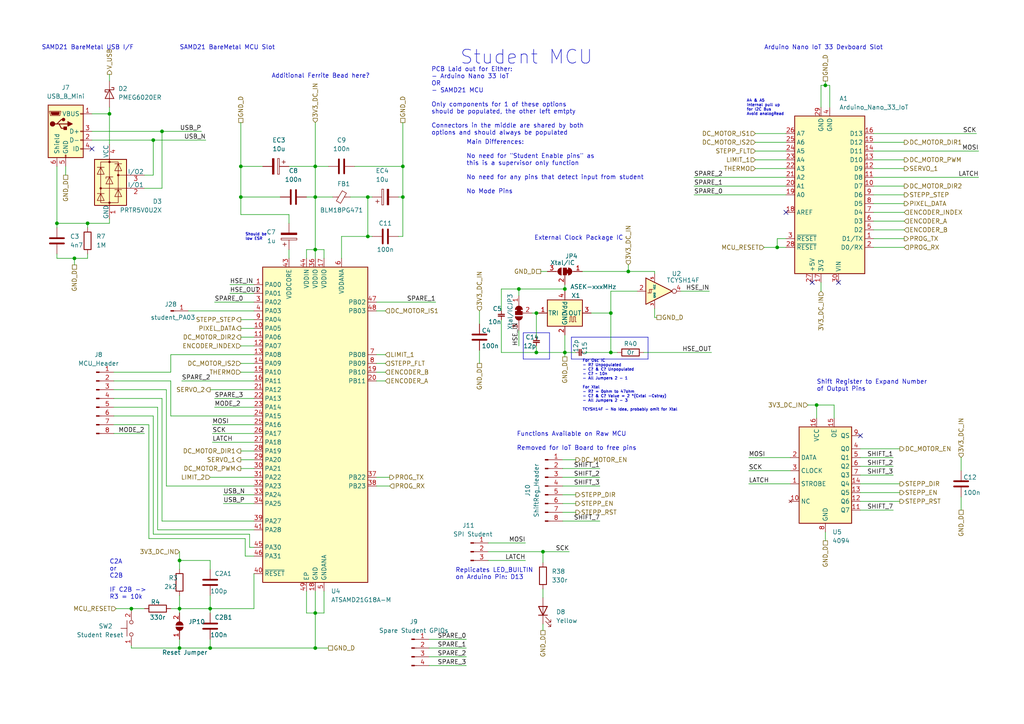
<source format=kicad_sch>
(kicad_sch (version 20230121) (generator eeschema)
  (paper "A4")
  (lib_symbols
    (symbol "000_Capacitor_Electrolytic_Immo:22u" (pin_numbers hide) (pin_names (offset 0.254))
      (property "Reference" "EC" (at 0.635 2.54 0))
      (property "Value" "22u" (at 0.635 -2.54 0))
      (symbol "22u_1_1"
        (pin passive line (at 0 3.81 270) (length 2.794) (name "~") (number "1"))
        (pin passive line (at 0 -3.81 90) (length 2.794) (name "~") (number "2"))
      )
    )
    (symbol "000_Capacitor_Film_Immo:cap_film_0805" (pin_numbers hide) (pin_names (offset 0.254))
      (property "Reference" "C" (at 0.635 2.54 0))
      (property "Value" "cap_film_0805" (at 0.635 -2.54 0))
      (symbol "cap_film_0805_1_1"
        (pin passive line (at 0 3.81 270) (length 2.794) (name "~") (number "1"))
        (pin passive line (at 0 -3.81 90) (length 2.794) (name "~") (number "2"))
      )
    )
    (symbol "000_Capacitor_Film_Immo:cap_film_0805_mini" (pin_numbers hide) (pin_names (offset 0.254))
      (property "Reference" "C" (at 0.635 2.54 0))
      (property "Value" "cap_film_0805_mini" (at 0.635 -2.54 0))
      (symbol "cap_film_0805_mini_1_1"
        (pin passive line (at 0 1.27 270) (length 1) (name "~") (number "1"))
        (pin passive line (at 0 -1.27 90) (length 1) (name "~") (number "2"))
      )
    )
    (symbol "000_Capacitor_Film_Immo:tantalum" (pin_numbers hide) (pin_names (offset 0.254))
      (property "Reference" "EC" (at 0.635 2.54 0))
      (property "Value" "tantalum" (at 0.635 -2.54 0))
      (symbol "tantalum_1_1"
        (pin passive line (at 0 3.81 270) (length 2.794) (name "~") (number "1"))
        (pin passive line (at 0 -3.81 90) (length 2.794) (name "~") (number "2"))
      )
    )
    (symbol "000_Logic_IC_Immo:4094"
      (property "Reference" "U" (at -7.62 13.97 0))
      (property "Value" "4094" (at -7.62 -16.51 0))
      (symbol "4094_1_0"
        (pin input line (at -10.16 -3.81 0) (length 2.54) (name "STROBE") (number "1"))
        (pin no_connect line (at -10.16 -8.89 0) (length 2.54) (name "NC") (number "10"))
        (pin tri_state line (at 10.16 -11.43 180) (length 2.54) (name "Q7") (number "11"))
        (pin tri_state line (at 10.16 -8.89 180) (length 2.54) (name "Q6") (number "12"))
        (pin tri_state line (at 10.16 -6.35 180) (length 2.54) (name "Q5") (number "13"))
        (pin tri_state line (at 10.16 -3.81 180) (length 2.54) (name "Q4") (number "14"))
        (pin input line (at 2.54 15.24 270) (length 2.54) (name "OE") (number "15"))
        (pin power_in line (at -2.54 15.24 270) (length 2.54) (name "VCC") (number "16"))
        (pin input line (at -10.16 3.81 0) (length 2.54) (name "DATA") (number "2"))
        (pin input line (at -10.16 0 0) (length 2.54) (name "CLOCK") (number "3"))
        (pin tri_state line (at 10.16 6.35 180) (length 2.54) (name "Q0") (number "4"))
        (pin tri_state line (at 10.16 3.81 180) (length 2.54) (name "Q1") (number "5"))
        (pin tri_state line (at 10.16 1.27 180) (length 2.54) (name "Q2") (number "6"))
        (pin tri_state line (at 10.16 -1.27 180) (length 2.54) (name "Q3") (number "7"))
        (pin power_in line (at 0 -17.78 90) (length 2.54) (name "GND") (number "8"))
        (pin output line (at 10.16 10.16 180) (length 2.54) (name "QS") (number "9"))
      )
    )
    (symbol "000_Oscillator_Immo:ASEK-xxxMHz" (pin_names (offset 0.254))
      (property "Reference" "X" (at -5.08 6.35 0))
      (property "Value" "ASEK-xxxMHz" (at 1.27 -6.35 0))
      (symbol "ASEK-xxxMHz_1_1"
        (pin tri_state line (at -7.62 0 0) (length 2.54) (name "TRI") (number "1"))
        (pin power_in line (at 0 -6.35 90) (length 2.54) (name "GND") (number "2"))
        (pin output line (at 7.62 0 180) (length 2.54) (name "OUT") (number "3"))
        (pin power_in line (at 0 6.35 270) (length 2.54) (name "Vdd") (number "4"))
      )
    )
    (symbol "000_Pin_Headers_Immo:Conn_01x01_Male" (pin_names (offset 1.016) hide)
      (property "Reference" "J" (at 0 2.54 0))
      (property "Value" "Conn_01x01_Male" (at 0 -2.54 0))
      (symbol "Conn_01x01_Male_1_1"
        (pin passive line (at 5.08 0 180) (length 3.81) (name "Pin_1") (number "1"))
      )
    )
    (symbol "000_Resistors_Immo:Resistor_0805" (pin_numbers hide) (pin_names (offset 0))
      (property "Reference" "R?" (at -2.54 3.81 0))
      (property "Value" "Resistor_0805" (at -5.08 2.54 0))
      (symbol "Resistor_0805_1_1"
        (pin passive line (at -3.81 0 0) (length 1.27) (name "~") (number "1"))
        (pin passive line (at 3.81 0 180) (length 1.27) (name "~") (number "2"))
      )
    )
    (symbol "000_Switches_Immo:pushbutton_tactile_2pin_SMD" (pin_names (offset 1.016) hide)
      (property "Reference" "SW" (at 0.635 5.715 0))
      (property "Value" "pushbutton_tactile_2pin_SMD" (at 0 -3.175 0))
      (symbol "pushbutton_tactile_2pin_SMD_0_1"
        (pin passive line (at -5.08 2.54 0) (length 2.54) (name "1") (number "1"))
        (pin passive line (at 5.08 2.54 180) (length 2.6) (name "2") (number "2"))
      )
    )
    (symbol "74xGxx:SN74LVC1G14DBV"
      (property "Reference" "U" (at -2.54 5.08 0))
      (property "Value" "SN74LVC1G14DBV" (at 10.16 5.08 0))
      (symbol "SN74LVC1G14DBV_1_1"
        (pin no_connect line (at 5.08 0 180) (length 2.54) hide (name "NC") (number "1"))
        (pin input line (at -5.08 0 0) (length 2.54) (name "~") (number "2"))
        (pin power_in line (at 0 -5.08 90) (length 2.54) (name "GND") (number "3"))
        (pin output line (at 7.62 0 180) (length 1.27) (name "~") (number "4"))
        (pin power_in line (at 0 5.08 270) (length 2.54) (name "VCC") (number "5"))
      )
    )
    (symbol "Connector:Conn_01x03_Male" (pin_names (offset 1.016) hide)
      (property "Reference" "J" (at 0 5.08 0))
      (property "Value" "Conn_01x03_Male" (at 2.54 -4.191 0))
      (symbol "Conn_01x03_Male_1_1"
        (pin passive line (at 5.08 2.54 180) (length 3.81) (name "Pin_1") (number "1"))
        (pin passive line (at 5.08 0 180) (length 3.81) (name "Pin_2") (number "2"))
        (pin passive line (at 5.08 -2.54 180) (length 3.81) (name "Pin_3") (number "3"))
      )
    )
    (symbol "Connector:Conn_01x04_Male" (pin_names (offset 1.016) hide)
      (property "Reference" "J" (at 0 5.08 0))
      (property "Value" "Conn_01x04_Male" (at 0 -7.62 0))
      (symbol "Conn_01x04_Male_1_1"
        (pin passive line (at 5.08 2.54 180) (length 3.81) (name "Pin_1") (number "1"))
        (pin passive line (at 5.08 0 180) (length 3.81) (name "Pin_2") (number "2"))
        (pin passive line (at 5.08 -2.54 180) (length 3.81) (name "Pin_3") (number "3"))
        (pin passive line (at 5.08 -5.08 180) (length 3.81) (name "Pin_4") (number "4"))
      )
    )
    (symbol "Connector:Conn_01x08_Male" (pin_names (offset 1.016) hide)
      (property "Reference" "J" (at 0 10.16 0))
      (property "Value" "Conn_01x08_Male" (at 0 -12.7 0))
      (symbol "Conn_01x08_Male_1_1"
        (pin passive line (at 5.08 7.62 180) (length 3.81) (name "Pin_1") (number "1"))
        (pin passive line (at 5.08 5.08 180) (length 3.81) (name "Pin_2") (number "2"))
        (pin passive line (at 5.08 2.54 180) (length 3.81) (name "Pin_3") (number "3"))
        (pin passive line (at 5.08 0 180) (length 3.81) (name "Pin_4") (number "4"))
        (pin passive line (at 5.08 -2.54 180) (length 3.81) (name "Pin_5") (number "5"))
        (pin passive line (at 5.08 -5.08 180) (length 3.81) (name "Pin_6") (number "6"))
        (pin passive line (at 5.08 -7.62 180) (length 3.81) (name "Pin_7") (number "7"))
        (pin passive line (at 5.08 -10.16 180) (length 3.81) (name "Pin_8") (number "8"))
      )
    )
    (symbol "Connector:USB_B_Mini" (pin_names (offset 1.016))
      (property "Reference" "J" (at -5.08 11.43 0))
      (property "Value" "USB_B_Mini" (at -5.08 8.89 0))
      (symbol "USB_B_Mini_1_1"
        (pin power_out line (at 7.62 5.08 180) (length 2.54) (name "VBUS") (number "1"))
        (pin bidirectional line (at 7.62 -2.54 180) (length 2.54) (name "D-") (number "2"))
        (pin bidirectional line (at 7.62 0 180) (length 2.54) (name "D+") (number "3"))
        (pin passive line (at 7.62 -5.08 180) (length 2.54) (name "ID") (number "4"))
        (pin power_out line (at 0 -10.16 90) (length 2.54) (name "GND") (number "5"))
        (pin passive line (at -2.54 -10.16 90) (length 2.54) (name "Shield") (number "6"))
      )
    )
    (symbol "Device:FerriteBead_Small" (pin_numbers hide) (pin_names (offset 0))
      (property "Reference" "FB" (at 1.905 1.27 0))
      (property "Value" "FerriteBead_Small" (at 1.905 -1.27 0))
      (symbol "FerriteBead_Small_1_1"
        (pin passive line (at 0 2.54 270) (length 1.27) (name "~") (number "1"))
        (pin passive line (at 0 -2.54 90) (length 1.27) (name "~") (number "2"))
      )
    )
    (symbol "Device:LED" (pin_numbers hide) (pin_names (offset 1.016) hide)
      (property "Reference" "D" (at 0 2.54 0))
      (property "Value" "LED" (at 0 -2.54 0))
      (symbol "LED_1_1"
        (pin passive line (at -3.81 0 0) (length 2.54) (name "K") (number "1"))
        (pin passive line (at 3.81 0 180) (length 2.54) (name "A") (number "2"))
      )
    )
    (symbol "Diode:PMEG6020ER" (pin_numbers hide) (pin_names hide)
      (property "Reference" "D" (at 0 2.54 0))
      (property "Value" "PMEG6020ER" (at 0 -2.54 0))
      (symbol "PMEG6020ER_1_1"
        (pin passive line (at -3.81 0 0) (length 2.54) (name "K") (number "1"))
        (pin passive line (at 3.81 0 180) (length 2.54) (name "A") (number "2"))
      )
    )
    (symbol "Jumper:SolderJumper_2_Open" (pin_names (offset 0) hide)
      (property "Reference" "JP" (at 0 2.032 0))
      (property "Value" "SolderJumper_2_Open" (at 0 -2.54 0))
      (symbol "SolderJumper_2_Open_1_1"
        (pin passive line (at -3.81 0 0) (length 2.54) (name "A") (number "1"))
        (pin passive line (at 3.81 0 180) (length 2.54) (name "B") (number "2"))
      )
    )
    (symbol "MCU_Microchip_SAMD:ATSAMD21G18A-M"
      (property "Reference" "U" (at -13.97 46.99 0))
      (property "Value" "ATSAMD21G18A-M" (at 16.51 46.99 0))
      (symbol "ATSAMD21G18A-M_1_1"
        (pin bidirectional line (at -17.78 40.64 0) (length 2.54) (name "PA00") (number "1"))
        (pin bidirectional line (at -17.78 27.94 0) (length 2.54) (name "PA05") (number "10"))
        (pin bidirectional line (at -17.78 25.4 0) (length 2.54) (name "PA06") (number "11"))
        (pin bidirectional line (at -17.78 22.86 0) (length 2.54) (name "PA07") (number "12"))
        (pin bidirectional line (at -17.78 20.32 0) (length 2.54) (name "PA08") (number "13"))
        (pin bidirectional line (at -17.78 17.78 0) (length 2.54) (name "PA09") (number "14"))
        (pin bidirectional line (at -17.78 15.24 0) (length 2.54) (name "PA10") (number "15"))
        (pin bidirectional line (at -17.78 12.7 0) (length 2.54) (name "PA11") (number "16"))
        (pin power_in line (at 2.54 48.26 270) (length 2.54) (name "VDDIO") (number "17"))
        (pin power_in line (at 0 -48.26 90) (length 2.54) (name "GND") (number "18"))
        (pin bidirectional line (at 17.78 15.24 180) (length 2.54) (name "PB10") (number "19"))
        (pin bidirectional line (at -17.78 38.1 0) (length 2.54) (name "PA01") (number "2"))
        (pin bidirectional line (at 17.78 12.7 180) (length 2.54) (name "PB11") (number "20"))
        (pin bidirectional line (at -17.78 10.16 0) (length 2.54) (name "PA12") (number "21"))
        (pin bidirectional line (at -17.78 7.62 0) (length 2.54) (name "PA13") (number "22"))
        (pin bidirectional line (at -17.78 5.08 0) (length 2.54) (name "PA14") (number "23"))
        (pin bidirectional line (at -17.78 2.54 0) (length 2.54) (name "PA15") (number "24"))
        (pin bidirectional line (at -17.78 0 0) (length 2.54) (name "PA16") (number "25"))
        (pin bidirectional line (at -17.78 -2.54 0) (length 2.54) (name "PA17") (number "26"))
        (pin bidirectional line (at -17.78 -5.08 0) (length 2.54) (name "PA18") (number "27"))
        (pin bidirectional line (at -17.78 -7.62 0) (length 2.54) (name "PA19") (number "28"))
        (pin bidirectional line (at -17.78 -10.16 0) (length 2.54) (name "PA20") (number "29"))
        (pin bidirectional line (at -17.78 35.56 0) (length 2.54) (name "PA02") (number "3"))
        (pin bidirectional line (at -17.78 -12.7 0) (length 2.54) (name "PA21") (number "30"))
        (pin bidirectional line (at -17.78 -15.24 0) (length 2.54) (name "PA22") (number "31"))
        (pin bidirectional line (at -17.78 -17.78 0) (length 2.54) (name "PA23") (number "32"))
        (pin bidirectional line (at -17.78 -20.32 0) (length 2.54) (name "PA24") (number "33"))
        (pin bidirectional line (at -17.78 -22.86 0) (length 2.54) (name "PA25") (number "34"))
        (pin passive line (at 0 -48.26 90) (length 2.54) hide (name "GND") (number "35"))
        (pin power_in line (at 0 48.26 270) (length 2.54) (name "VDDIO") (number "36"))
        (pin bidirectional line (at 17.78 -15.24 180) (length 2.54) (name "PB22") (number "37"))
        (pin bidirectional line (at 17.78 -17.78 180) (length 2.54) (name "PB23") (number "38"))
        (pin bidirectional line (at -17.78 -27.94 0) (length 2.54) (name "PA27") (number "39"))
        (pin bidirectional line (at -17.78 33.02 0) (length 2.54) (name "PA03") (number "4"))
        (pin input line (at -17.78 -43.18 0) (length 2.54) (name "~{RESET}") (number "40"))
        (pin bidirectional line (at -17.78 -30.48 0) (length 2.54) (name "PA28") (number "41"))
        (pin passive line (at 0 -48.26 90) (length 2.54) hide (name "GND") (number "42"))
        (pin power_out line (at -7.62 48.26 270) (length 2.54) (name "VDDCORE") (number "43"))
        (pin power_in line (at -2.54 48.26 270) (length 2.54) (name "VDDIN") (number "44"))
        (pin bidirectional line (at -17.78 -35.56 0) (length 2.54) (name "PA30") (number "45"))
        (pin bidirectional line (at -17.78 -38.1 0) (length 2.54) (name "PA31") (number "46"))
        (pin bidirectional line (at 17.78 35.56 180) (length 2.54) (name "PB02") (number "47"))
        (pin bidirectional line (at 17.78 33.02 180) (length 2.54) (name "PB03") (number "48"))
        (pin passive line (at -2.54 -48.26 90) (length 2.54) (name "EP") (number "49"))
        (pin power_in line (at 2.54 -48.26 90) (length 2.54) (name "GNDANA") (number "5"))
        (pin power_in line (at 7.62 48.26 270) (length 2.54) (name "VDDANA") (number "6"))
        (pin bidirectional line (at 17.78 20.32 180) (length 2.54) (name "PB08") (number "7"))
        (pin bidirectional line (at 17.78 17.78 180) (length 2.54) (name "PB09") (number "8"))
        (pin bidirectional line (at -17.78 30.48 0) (length 2.54) (name "PA04") (number "9"))
      )
    )
    (symbol "MCU_Module:Arduino_Nano_33_IoT"
      (property "Reference" "A" (at -10.16 23.495 0))
      (property "Value" "Arduino_Nano_33_IoT" (at 5.08 -24.13 0))
      (symbol "Arduino_Nano_33_IoT_0_0"
        (text "~" (at -6.35 -7.62 0) (effects (font (size 1.27 1.27))))
        (text "~" (at -6.35 0 0) (effects (font (size 1.27 1.27))))
        (text "~" (at -6.35 2.54 0) (effects (font (size 1.27 1.27))))
        (text "~" (at -6.35 7.62 0) (effects (font (size 1.27 1.27))))
        (text "~" (at -6.35 10.16 0) (effects (font (size 1.27 1.27))))
        (text "~" (at -5.08 -15.24 0) (effects (font (size 1.27 1.27))))
        (text "~" (at -5.08 -12.7 0) (effects (font (size 1.27 1.27))))
        (text "~" (at -5.08 -10.16 0) (effects (font (size 1.27 1.27))))
        (text "~" (at 6.35 -12.7 0) (effects (font (size 1.27 1.27))))
        (text "~" (at 6.35 -7.62 0) (effects (font (size 1.27 1.27))))
        (text "~" (at 6.35 -5.08 0) (effects (font (size 1.27 1.27))))
      )
      (symbol "Arduino_Nano_33_IoT_1_1"
        (pin bidirectional line (at -12.7 12.7 0) (length 2.54) (name "D1/TX") (number "1"))
        (pin bidirectional line (at -12.7 -2.54 0) (length 2.54) (name "D7") (number "10"))
        (pin bidirectional line (at -12.7 -5.08 0) (length 2.54) (name "D8") (number "11"))
        (pin bidirectional line (at -12.7 -7.62 0) (length 2.54) (name "D9") (number "12"))
        (pin bidirectional line (at -12.7 -10.16 0) (length 2.54) (name "D10") (number "13"))
        (pin bidirectional line (at -12.7 -12.7 0) (length 2.54) (name "D11") (number "14"))
        (pin bidirectional line (at -12.7 -15.24 0) (length 2.54) (name "D12") (number "15"))
        (pin bidirectional line (at -12.7 -17.78 0) (length 2.54) (name "D13") (number "16"))
        (pin power_out line (at 2.54 25.4 270) (length 2.54) (name "3V3") (number "17"))
        (pin input line (at 12.7 5.08 180) (length 2.54) (name "AREF") (number "18"))
        (pin bidirectional line (at 12.7 0 180) (length 2.54) (name "A0") (number "19"))
        (pin bidirectional line (at -12.7 15.24 0) (length 2.54) (name "D0/RX") (number "2"))
        (pin bidirectional line (at 12.7 -2.54 180) (length 2.54) (name "A1") (number "20"))
        (pin bidirectional line (at 12.7 -5.08 180) (length 2.54) (name "A2") (number "21"))
        (pin bidirectional line (at 12.7 -7.62 180) (length 2.54) (name "A3") (number "22"))
        (pin bidirectional line (at 12.7 -10.16 180) (length 2.54) (name "A4") (number "23"))
        (pin bidirectional line (at 12.7 -12.7 180) (length 2.54) (name "A5") (number "24"))
        (pin bidirectional line (at 12.7 -15.24 180) (length 2.54) (name "A6") (number "25"))
        (pin bidirectional line (at 12.7 -17.78 180) (length 2.54) (name "A7") (number "26"))
        (pin power_out line (at 5.08 25.4 270) (length 2.54) (name "+5V") (number "27"))
        (pin input line (at 12.7 15.24 180) (length 2.54) (name "~{RESET}") (number "28"))
        (pin power_in line (at 2.54 -25.4 90) (length 2.54) (name "GND") (number "29"))
        (pin input line (at 12.7 12.7 180) (length 2.54) (name "~{RESET}") (number "3"))
        (pin power_in line (at -2.54 25.4 270) (length 2.54) (name "VIN") (number "30"))
        (pin power_in line (at 0 -25.4 90) (length 2.54) (name "GND") (number "4"))
        (pin bidirectional line (at -12.7 10.16 0) (length 2.54) (name "D2") (number "5"))
        (pin bidirectional line (at -12.7 7.62 0) (length 2.54) (name "D3") (number "6"))
        (pin bidirectional line (at -12.7 5.08 0) (length 2.54) (name "D4") (number "7"))
        (pin bidirectional line (at -12.7 2.54 0) (length 2.54) (name "D5") (number "8"))
        (pin bidirectional line (at -12.7 0 0) (length 2.54) (name "D6") (number "9"))
      )
    )
    (symbol "Power_Protection:PRTR5V0U2X_smaller" (pin_names (offset 0))
      (property "Reference" "D" (at 2.794 8.636 0))
      (property "Value" "PRTR5V0U2X_smaller" (at 13.97 -11.43 0))
      (symbol "PRTR5V0U2X_smaller_1_1"
        (pin passive line (at 0 -10.16 90) (length 4) (name "GND") (number "1"))
        (pin passive line (at 10.16 -1.27 180) (length 5.08) (name "I/O1") (number "2"))
        (pin passive line (at 10.16 2.54 180) (length 5.08) (name "I/O2") (number "3"))
        (pin passive line (at 0 11.43 270) (length 4) (name "VCC") (number "4"))
      )
    )
    (symbol "SolderJumper_3_Bridged12_1" (pin_names (offset 0) hide)
      (property "Reference" "JP" (at -2.54 -2.54 0))
      (property "Value" "SolderJumper_3_Bridged12_1" (at 0 2.794 0))
      (symbol "SolderJumper_3_Bridged12_1_1_1"
        (pin passive line (at -5.08 0 0) (length 2.54) (name "A") (number "1"))
        (pin input line (at 0 -3.81 90) (length 2.54) (name "C") (number "2"))
        (pin passive line (at 5.08 0 180) (length 2.54) (name "B") (number "3"))
      )
    )
    (symbol "SolderJumper_3_Bridged12_2" (pin_names (offset 0) hide)
      (property "Reference" "JP" (at -2.54 -2.54 0))
      (property "Value" "SolderJumper_3_Bridged12_2" (at 0 2.794 0))
      (symbol "SolderJumper_3_Bridged12_2_1_1"
        (pin passive line (at -5.08 0 0) (length 2.54) (name "A") (number "1"))
        (pin input line (at 0 -3.81 90) (length 2.54) (name "C") (number "2"))
        (pin passive line (at 5.08 0 180) (length 2.54) (name "B") (number "3"))
      )
    )
  )
  (junction (at 91.44 57.15))
  (junction (at 16.51 64.77))
  (junction (at 177.165 102.235))
  (junction (at 44.45 40.64))
  (junction (at 155.575 102.235))
  (junction (at 38.1 176.53))
  (junction (at 52.07 187.96))
  (junction (at 69.85 48.26))
  (junction (at 155.575 90.805))
  (junction (at 21.59 74.93))
  (junction (at 239.395 24.765))
  (junction (at 25.4 64.77))
  (junction (at 52.07 162.56))
  (junction (at 236.855 117.475))
  (junction (at 177.165 90.805))
  (junction (at 91.44 187.96))
  (junction (at 46.99 38.1))
  (junction (at 116.84 57.15))
  (junction (at 163.83 102.235))
  (junction (at 157.48 160.02))
  (junction (at 91.44 48.26))
  (junction (at 31.75 33.02))
  (junction (at 60.96 187.96))
  (junction (at 106.68 68.58))
  (junction (at 91.44 177.8))
  (junction (at 69.85 57.15))
  (junction (at 163.83 83.82))
  (junction (at 91.44 72.39))
  (junction (at 182.245 78.74))
  (junction (at 52.07 176.53))
  (junction (at 116.84 48.26))
  (junction (at 106.68 57.15))
  (junction (at 225.425 71.755))
  (junction (at 150.495 83.82))
  (junction (at 60.96 176.53))
  (no_connect (at 249.555 126.365))
  (no_connect (at 227.965 61.595))
  (no_connect (at 26.67 43.18))
  (no_connect (at 235.585 81.915))
  (no_connect (at 243.205 81.915))
  (wire (pts (xy 234.315 117.475) (xy 236.855 117.475)))
  (wire (pts (xy 46.99 115.57) (xy 33.02 115.57)))
  (wire (pts (xy 219.075 41.275) (xy 227.965 41.275)))
  (wire (pts (xy 157.48 170.815) (xy 157.48 173.355)))
  (polyline (pts (xy 187.96 104.14) (xy 187.96 97.79)))
  (wire (pts (xy 93.98 171.45) (xy 93.98 177.8)))
  (wire (pts (xy 189.865 92.075) (xy 190.5 92.075)))
  (wire (pts (xy 177.165 90.805) (xy 177.165 102.235)))
  (wire (pts (xy 157.48 160.02) (xy 157.48 163.195)))
  (wire (pts (xy 72.39 154.94) (xy 44.45 154.94)))
  (wire (pts (xy 283.845 51.435) (xy 253.365 51.435)))
  (wire (pts (xy 141.605 162.56) (xy 152.4 162.56)))
  (wire (pts (xy 88.9 74.93) (xy 88.9 72.39)))
  (wire (pts (xy 73.66 140.97) (xy 48.26 140.97)))
  (wire (pts (xy 83.82 64.77) (xy 83.82 62.23)))
  (wire (pts (xy 49.53 120.65) (xy 49.53 110.49)))
  (wire (pts (xy 60.96 113.03) (xy 73.66 113.03)))
  (wire (pts (xy 249.555 140.335) (xy 260.985 140.335)))
  (wire (pts (xy 238.125 81.915) (xy 238.125 84.455)))
  (wire (pts (xy 111.76 107.95) (xy 109.22 107.95)))
  (wire (pts (xy 163.195 146.05) (xy 167.005 146.05)))
  (wire (pts (xy 109.22 87.63) (xy 126.365 87.63)))
  (wire (pts (xy 64.77 143.51) (xy 73.66 143.51)))
  (wire (pts (xy 145.415 102.235) (xy 155.575 102.235)))
  (wire (pts (xy 116.84 68.58) (xy 115.57 68.58)))
  (wire (pts (xy 168.91 78.74) (xy 182.245 78.74)))
  (wire (pts (xy 61.595 123.19) (xy 73.66 123.19)))
  (wire (pts (xy 141.605 157.48) (xy 152.4 157.48)))
  (wire (pts (xy 62.23 87.63) (xy 73.66 87.63)))
  (wire (pts (xy 155.575 100.33) (xy 155.575 102.235)))
  (wire (pts (xy 239.395 24.765) (xy 238.125 24.765)))
  (wire (pts (xy 54.61 90.17) (xy 73.66 90.17)))
  (wire (pts (xy 145.415 83.82) (xy 150.495 83.82)))
  (polyline (pts (xy 151.765 104.14) (xy 159.385 104.14)))
  (wire (pts (xy 253.365 71.755) (xy 262.255 71.755)))
  (wire (pts (xy 44.45 120.65) (xy 33.02 120.65)))
  (wire (pts (xy 16.51 48.26) (xy 16.51 64.77)))
  (wire (pts (xy 25.4 64.77) (xy 16.51 64.77)))
  (wire (pts (xy 154.305 90.805) (xy 155.575 90.805)))
  (polyline (pts (xy 165.735 104.14) (xy 187.96 104.14)))
  (wire (pts (xy 49.53 110.49) (xy 33.02 110.49)))
  (wire (pts (xy 157.48 160.02) (xy 165.1 160.02)))
  (wire (pts (xy 116.84 35.56) (xy 116.84 48.26)))
  (polyline (pts (xy 165.735 97.79) (xy 187.96 97.79)))
  (wire (pts (xy 69.85 62.23) (xy 69.85 57.15)))
  (wire (pts (xy 93.98 74.93) (xy 93.98 72.39)))
  (wire (pts (xy 33.655 176.53) (xy 38.1 176.53)))
  (wire (pts (xy 93.98 72.39) (xy 91.44 72.39)))
  (wire (pts (xy 239.395 156.845) (xy 239.395 154.305)))
  (wire (pts (xy 253.365 66.675) (xy 262.255 66.675)))
  (wire (pts (xy 225.425 71.755) (xy 225.425 69.215)))
  (wire (pts (xy 249.555 145.415) (xy 260.985 145.415)))
  (wire (pts (xy 253.365 64.135) (xy 262.255 64.135)))
  (wire (pts (xy 69.85 133.35) (xy 73.66 133.35)))
  (wire (pts (xy 219.075 38.735) (xy 227.965 38.735)))
  (wire (pts (xy 69.85 48.26) (xy 76.2 48.26)))
  (wire (pts (xy 109.22 140.97) (xy 113.03 140.97)))
  (wire (pts (xy 69.85 130.81) (xy 73.66 130.81)))
  (wire (pts (xy 62.23 118.11) (xy 73.66 118.11)))
  (wire (pts (xy 111.76 90.17) (xy 109.22 90.17)))
  (wire (pts (xy 253.365 48.895) (xy 262.255 48.895)))
  (wire (pts (xy 73.66 102.87) (xy 49.53 102.87)))
  (wire (pts (xy 155.575 90.805) (xy 156.21 90.805)))
  (wire (pts (xy 145.415 83.82) (xy 145.415 90.17)))
  (wire (pts (xy 150.495 95.885) (xy 150.495 100.33)))
  (wire (pts (xy 19.05 50.8) (xy 19.05 48.26)))
  (wire (pts (xy 239.395 24.765) (xy 239.395 23.495)))
  (wire (pts (xy 163.83 97.155) (xy 163.83 102.235)))
  (wire (pts (xy 262.255 53.975) (xy 253.365 53.975)))
  (wire (pts (xy 253.365 46.355) (xy 262.255 46.355)))
  (wire (pts (xy 155.575 102.235) (xy 163.83 102.235)))
  (wire (pts (xy 253.365 56.515) (xy 262.255 56.515)))
  (wire (pts (xy 60.96 176.53) (xy 60.96 177.8)))
  (wire (pts (xy 163.83 83.82) (xy 163.83 84.455)))
  (wire (pts (xy 169.545 102.235) (xy 177.165 102.235)))
  (polyline (pts (xy 165.735 97.79) (xy 165.735 104.14)))
  (wire (pts (xy 31.75 64.77) (xy 25.4 64.77)))
  (wire (pts (xy 48.26 140.97) (xy 48.26 113.03)))
  (wire (pts (xy 73.66 176.53) (xy 73.66 166.37)))
  (wire (pts (xy 83.82 72.39) (xy 83.82 74.93)))
  (wire (pts (xy 116.84 57.15) (xy 116.84 68.58)))
  (wire (pts (xy 225.425 71.755) (xy 227.965 71.755)))
  (wire (pts (xy 38.1 176.53) (xy 38.1 177.165)))
  (wire (pts (xy 25.4 74.93) (xy 21.59 74.93)))
  (wire (pts (xy 60.96 176.53) (xy 73.66 176.53)))
  (wire (pts (xy 52.07 185.42) (xy 52.07 187.96)))
  (wire (pts (xy 43.18 156.21) (xy 43.18 123.19)))
  (wire (pts (xy 88.9 57.15) (xy 91.44 57.15)))
  (polyline (pts (xy 151.765 96.52) (xy 159.385 96.52)))
  (wire (pts (xy 111.76 102.87) (xy 109.22 102.87)))
  (wire (pts (xy 238.125 31.115) (xy 238.125 24.765)))
  (wire (pts (xy 106.68 57.15) (xy 107.95 57.15)))
  (wire (pts (xy 150.495 83.82) (xy 150.495 85.725)))
  (wire (pts (xy 163.195 138.43) (xy 173.99 138.43)))
  (wire (pts (xy 73.66 161.29) (xy 71.12 161.29)))
  (wire (pts (xy 45.72 118.11) (xy 33.02 118.11)))
  (wire (pts (xy 99.06 68.58) (xy 99.06 74.93)))
  (wire (pts (xy 240.665 24.765) (xy 239.395 24.765)))
  (wire (pts (xy 31.75 63.5) (xy 31.75 64.77)))
  (wire (pts (xy 69.85 48.26) (xy 69.85 35.56)))
  (wire (pts (xy 16.51 74.93) (xy 16.51 73.66)))
  (wire (pts (xy 44.45 40.64) (xy 59.69 40.64)))
  (wire (pts (xy 60.96 185.42) (xy 60.96 187.96)))
  (wire (pts (xy 249.555 132.715) (xy 259.08 132.715)))
  (wire (pts (xy 157.48 180.975) (xy 157.48 182.88)))
  (wire (pts (xy 46.99 38.1) (xy 58.42 38.1)))
  (wire (pts (xy 163.195 151.13) (xy 173.99 151.13)))
  (wire (pts (xy 201.295 56.515) (xy 227.965 56.515)))
  (wire (pts (xy 241.935 117.475) (xy 241.935 121.285)))
  (wire (pts (xy 262.255 41.275) (xy 253.365 41.275)))
  (wire (pts (xy 43.18 123.19) (xy 33.02 123.19)))
  (wire (pts (xy 31.75 33.02) (xy 31.75 41.91)))
  (wire (pts (xy 236.855 117.475) (xy 241.935 117.475)))
  (wire (pts (xy 91.44 72.39) (xy 91.44 74.93)))
  (wire (pts (xy 61.595 128.27) (xy 73.66 128.27)))
  (wire (pts (xy 66.675 82.55) (xy 73.66 82.55)))
  (wire (pts (xy 21.59 74.93) (xy 21.59 76.835)))
  (wire (pts (xy 150.495 83.82) (xy 163.83 83.82)))
  (wire (pts (xy 25.4 73.66) (xy 25.4 74.93)))
  (wire (pts (xy 88.9 72.39) (xy 91.44 72.39)))
  (wire (pts (xy 41.91 54.61) (xy 46.99 54.61)))
  (wire (pts (xy 61.595 125.73) (xy 73.66 125.73)))
  (wire (pts (xy 33.02 107.95) (xy 49.53 107.95)))
  (wire (pts (xy 41.91 50.8) (xy 44.45 50.8)))
  (wire (pts (xy 73.66 158.75) (xy 72.39 158.75)))
  (wire (pts (xy 141.605 160.02) (xy 157.48 160.02)))
  (wire (pts (xy 91.44 177.8) (xy 91.44 187.96)))
  (wire (pts (xy 91.44 171.45) (xy 91.44 177.8)))
  (wire (pts (xy 111.76 110.49) (xy 109.22 110.49)))
  (wire (pts (xy 177.165 102.235) (xy 179.07 102.235)))
  (wire (pts (xy 69.85 107.95) (xy 73.66 107.95)))
  (wire (pts (xy 124.46 190.5) (xy 135.255 190.5)))
  (wire (pts (xy 124.46 185.42) (xy 135.255 185.42)))
  (wire (pts (xy 73.66 146.05) (xy 64.77 146.05)))
  (wire (pts (xy 69.85 97.79) (xy 73.66 97.79)))
  (wire (pts (xy 16.51 64.77) (xy 16.51 66.04)))
  (wire (pts (xy 33.02 125.73) (xy 41.91 125.73)))
  (wire (pts (xy 69.85 105.41) (xy 73.66 105.41)))
  (wire (pts (xy 219.075 48.895) (xy 227.965 48.895)))
  (wire (pts (xy 139.065 90.17) (xy 139.065 93.98)))
  (wire (pts (xy 52.07 176.53) (xy 60.96 176.53)))
  (wire (pts (xy 124.46 187.96) (xy 135.255 187.96)))
  (wire (pts (xy 99.06 68.58) (xy 106.68 68.58)))
  (wire (pts (xy 44.45 50.8) (xy 44.45 40.64)))
  (wire (pts (xy 163.195 135.89) (xy 173.99 135.89)))
  (wire (pts (xy 31.75 21.59) (xy 31.75 23.495)))
  (wire (pts (xy 69.85 57.15) (xy 81.28 57.15)))
  (wire (pts (xy 72.39 154.94) (xy 72.39 158.75)))
  (wire (pts (xy 124.46 193.04) (xy 135.255 193.04)))
  (wire (pts (xy 52.07 162.56) (xy 60.96 162.56)))
  (wire (pts (xy 101.6 57.15) (xy 106.68 57.15)))
  (wire (pts (xy 21.59 74.93) (xy 16.51 74.93)))
  (wire (pts (xy 182.245 78.74) (xy 182.245 76.835)))
  (wire (pts (xy 73.66 151.13) (xy 46.99 151.13)))
  (wire (pts (xy 69.85 92.71) (xy 73.66 92.71)))
  (wire (pts (xy 52.07 187.96) (xy 60.96 187.96)))
  (wire (pts (xy 73.66 153.67) (xy 45.72 153.67)))
  (wire (pts (xy 91.44 187.96) (xy 95.25 187.96)))
  (wire (pts (xy 44.45 154.94) (xy 44.45 120.65)))
  (wire (pts (xy 49.53 102.87) (xy 49.53 107.95)))
  (wire (pts (xy 52.07 176.53) (xy 52.07 177.8)))
  (wire (pts (xy 109.22 138.43) (xy 113.03 138.43)))
  (wire (pts (xy 106.68 68.58) (xy 107.95 68.58)))
  (wire (pts (xy 139.065 105.41) (xy 139.065 101.6)))
  (wire (pts (xy 278.765 147.955) (xy 278.765 144.145)))
  (wire (pts (xy 249.555 135.255) (xy 259.08 135.255)))
  (wire (pts (xy 219.075 43.815) (xy 227.965 43.815)))
  (wire (pts (xy 163.195 148.59) (xy 167.005 148.59)))
  (wire (pts (xy 163.83 102.235) (xy 163.83 103.505)))
  (wire (pts (xy 111.76 105.41) (xy 109.22 105.41)))
  (wire (pts (xy 88.9 177.8) (xy 88.9 171.45)))
  (wire (pts (xy 145.415 92.71) (xy 145.415 102.235)))
  (polyline (pts (xy 151.765 96.52) (xy 151.765 104.14)))
  (wire (pts (xy 253.365 61.595) (xy 262.255 61.595)))
  (wire (pts (xy 48.26 113.03) (xy 33.02 113.03)))
  (wire (pts (xy 66.675 85.09) (xy 73.66 85.09)))
  (wire (pts (xy 91.44 177.8) (xy 93.98 177.8)))
  (wire (pts (xy 91.44 57.15) (xy 91.44 72.39)))
  (wire (pts (xy 249.555 142.875) (xy 260.985 142.875)))
  (wire (pts (xy 95.25 48.26) (xy 91.44 48.26)))
  (wire (pts (xy 249.555 130.175) (xy 260.985 130.175)))
  (wire (pts (xy 60.96 187.96) (xy 91.44 187.96)))
  (wire (pts (xy 201.295 53.975) (xy 227.965 53.975)))
  (wire (pts (xy 69.85 57.15) (xy 69.85 48.26)))
  (wire (pts (xy 158.75 78.74) (xy 156.845 78.74)))
  (wire (pts (xy 217.17 132.715) (xy 229.235 132.715)))
  (wire (pts (xy 278.765 132.715) (xy 278.765 136.525)))
  (wire (pts (xy 217.17 140.335) (xy 229.235 140.335)))
  (wire (pts (xy 249.555 147.955) (xy 259.08 147.955)))
  (wire (pts (xy 52.07 176.53) (xy 49.53 176.53)))
  (wire (pts (xy 163.195 143.51) (xy 167.005 143.51)))
  (wire (pts (xy 52.07 172.72) (xy 52.07 176.53)))
  (wire (pts (xy 106.68 57.15) (xy 106.68 68.58)))
  (wire (pts (xy 38.1 187.96) (xy 52.07 187.96)))
  (wire (pts (xy 46.99 151.13) (xy 46.99 115.57)))
  (wire (pts (xy 71.12 161.29) (xy 71.12 156.21)))
  (wire (pts (xy 236.855 117.475) (xy 236.855 121.285)))
  (wire (pts (xy 163.83 102.235) (xy 167.005 102.235)))
  (wire (pts (xy 167.005 133.35) (xy 163.195 133.35)))
  (wire (pts (xy 91.44 35.56) (xy 91.44 48.26)))
  (wire (pts (xy 186.69 102.235) (xy 206.375 102.235)))
  (wire (pts (xy 69.85 95.25) (xy 73.66 95.25)))
  (wire (pts (xy 116.84 57.15) (xy 115.57 57.15)))
  (wire (pts (xy 60.96 138.43) (xy 73.66 138.43)))
  (wire (pts (xy 91.44 57.15) (xy 96.52 57.15)))
  (wire (pts (xy 52.07 162.56) (xy 52.07 165.1)))
  (wire (pts (xy 177.165 84.455) (xy 184.785 84.455)))
  (wire (pts (xy 62.23 115.57) (xy 73.66 115.57)))
  (wire (pts (xy 253.365 59.055) (xy 262.255 59.055)))
  (wire (pts (xy 116.84 48.26) (xy 116.84 57.15)))
  (wire (pts (xy 163.83 82.55) (xy 163.83 83.82)))
  (wire (pts (xy 83.82 62.23) (xy 69.85 62.23)))
  (wire (pts (xy 38.1 187.325) (xy 38.1 187.96)))
  (wire (pts (xy 45.72 153.67) (xy 45.72 118.11)))
  (wire (pts (xy 71.12 156.21) (xy 43.18 156.21)))
  (wire (pts (xy 221.615 71.755) (xy 225.425 71.755)))
  (wire (pts (xy 171.45 90.805) (xy 177.165 90.805)))
  (wire (pts (xy 116.84 48.26) (xy 102.87 48.26)))
  (wire (pts (xy 219.075 46.355) (xy 227.965 46.355)))
  (wire (pts (xy 253.365 43.815) (xy 283.845 43.815)))
  (wire (pts (xy 163.195 140.97) (xy 173.99 140.97)))
  (wire (pts (xy 26.67 40.64) (xy 44.45 40.64)))
  (wire (pts (xy 38.1 176.53) (xy 41.91 176.53)))
  (wire (pts (xy 189.865 89.535) (xy 189.865 92.075)))
  (wire (pts (xy 26.67 38.1) (xy 46.99 38.1)))
  (wire (pts (xy 253.365 69.215) (xy 262.255 69.215)))
  (wire (pts (xy 83.82 48.26) (xy 91.44 48.26)))
  (wire (pts (xy 197.485 84.455) (xy 205.74 84.455)))
  (wire (pts (xy 52.07 160.02) (xy 52.07 162.56)))
  (wire (pts (xy 91.44 48.26) (xy 91.44 57.15)))
  (wire (pts (xy 240.665 31.115) (xy 240.665 24.765)))
  (wire (pts (xy 155.575 90.805) (xy 155.575 97.79)))
  (wire (pts (xy 189.865 79.375) (xy 189.865 78.74)))
  (wire (pts (xy 46.99 54.61) (xy 46.99 38.1)))
  (wire (pts (xy 217.17 136.525) (xy 229.235 136.525)))
  (wire (pts (xy 253.365 38.735) (xy 283.21 38.735)))
  (wire (pts (xy 52.705 110.49) (xy 73.66 110.49)))
  (polyline (pts (xy 159.385 104.14) (xy 159.385 96.52)))
  (wire (pts (xy 201.295 51.435) (xy 227.965 51.435)))
  (wire (pts (xy 31.75 31.115) (xy 31.75 33.02)))
  (wire (pts (xy 60.96 165.1) (xy 60.96 162.56)))
  (wire (pts (xy 69.85 135.89) (xy 73.66 135.89)))
  (wire (pts (xy 249.555 137.795) (xy 259.08 137.795)))
  (wire (pts (xy 25.4 64.77) (xy 25.4 66.04)))
  (wire (pts (xy 69.85 100.33) (xy 73.66 100.33)))
  (wire (pts (xy 73.66 120.65) (xy 49.53 120.65)))
  (wire (pts (xy 225.425 69.215) (xy 227.965 69.215)))
  (wire (pts (xy 189.865 78.74) (xy 182.245 78.74)))
  (wire (pts (xy 177.165 84.455) (xy 177.165 90.805)))
  (wire (pts (xy 26.67 33.02) (xy 31.75 33.02)))
  (wire (pts (xy 60.96 172.72) (xy 60.96 176.53)))
  (wire (pts (xy 91.44 177.8) (xy 88.9 177.8)))
  (text "SAMD21 BareMetal MCU Slot" (at 52.07 14.605 0) (effects (font (size 1.27 1.27)) (justify left bottom)))
  (text "Shift Register to Expand Number\nof Output Pins" (at 236.855 113.665 0) (effects (font (size 1.27 1.27)) (justify left bottom)))
  (text "Functions Available on Raw MCU\n\nRemoved for IoT Board to free pins" (at 149.86 130.81 0) (effects (font (size 1.27 1.27)) (justify left bottom)))
  (text "A4 & A5\nInternal pull up\nfor I2C Bus\nAvoid analogRead" (at 216.535 33.655 0) (effects (font (size 0.8 0.8)) (justify left bottom)))
  (text "PCB Laid out for Either:\n- Arduino Nano 33 IoT\nOR\n- SAMD21 MCU\n\nOnly components for 1 of these options\nshould be populated, the other left emtpty\n\nConnectors in the middle are shared by both \noptions and should always be populated" (at 125.095 39.37 0) (effects (font (size 1.27 1.27)) (justify left bottom)))
  (text "Should be\nlow ESR" (at 71.12 69.85 0) (effects (font (size 0.8 0.8)) (justify left bottom)))
  (text "For Osc IC\n- R? Unpopulated\n- C? & C? Unpopulated\n- C? ~ 10n\n- All Jumpers 2 - 1\n\nFor Xtal\n- R? = 0ohm to 47ohm \n- C? & C? Value = 2 *(Cxtal -Cstray)\n- All Jumpers 2 - 3\n\nTCYSH14F - No Idea, probably omit for Xtal" (at 168.91 119.38 0) (effects (font (size 0.8 0.8)) (justify left bottom)))
  (text "Main Differences:\n\nNo need for \"Student Enable pins\" as \nthis is a supervisor only function\n\nNo need for any pins that detect input from student\n\nNo Mode Pins\n\n" (at 135.255 58.42 0) (effects (font (size 1.27 1.27)) (justify left bottom)))
  (text "Additional Ferrite Bead here?" (at 78.74 22.86 0) (effects (font (size 1.27 1.27)) (justify left bottom)))
  (text "C2A\nor\nC2B\n\nIF C2B -> \nR3 = 10k" (at 31.75 173.99 0) (effects (font (size 1.27 1.27)) (justify left bottom)))
  (text "External Clock Package IC" (at 154.94 69.85 0) (effects (font (size 1.27 1.27)) (justify left bottom)))
  (text "Student MCU" (at 133.35 19.05 0) (effects (font (size 4 4)) (justify left bottom)))
  (text "Arduino Nano IoT 33 Devboard Slot" (at 221.615 14.605 0) (effects (font (size 1.27 1.27)) (justify left bottom)))
  (text "SAMD21 BareMetal USB I/F" (at 12.065 14.605 0) (effects (font (size 1.27 1.27)) (justify left bottom)))
  (text "Replicates LED_BUILTIN\non Arduino Pin: D13" (at 132.08 168.275 0) (effects (font (size 1.27 1.27)) (justify left bottom)))
  (label "SPARE_0" (at 135.255 185.42 180))
  (label "SPARE_1" (at 135.255 187.96 180))
  (label "LATCH" (at 61.595 128.27 0))
  (label "HSE_IN" (at 150.495 100.33 90))
  (label "SCK" (at 61.595 125.73 0))
  (label "SPARE_2" (at 201.295 51.435 0))
  (label "LATCH" (at 283.845 51.435 180))
  (label "SPARE_3" (at 135.255 193.04 180))
  (label "HSE_OUT" (at 206.375 102.235 180))
  (label "SCK" (at 165.1 160.02 180))
  (label "SHIFT_1" (at 259.08 132.715 180))
  (label "SPARE_3" (at 62.23 115.57 0))
  (label "MOSI" (at 61.595 123.19 0))
  (label "MOSI" (at 152.4 157.48 180))
  (label "USB_P" (at 64.77 146.05 0))
  (label "MOSI" (at 217.17 132.715 0))
  (label "MODE_2" (at 41.91 125.73 180))
  (label "SPARE_1" (at 126.365 87.63 180))
  (label "SHIFT_3" (at 259.08 137.795 180))
  (label "HSE_OUT" (at 66.675 85.09 0))
  (label "SPARE_0" (at 62.23 87.63 0))
  (label "SHIFT_7" (at 173.99 151.13 180))
  (label "SPARE_2" (at 135.255 190.5 180))
  (label "USB_N" (at 59.69 40.64 180))
  (label "LATCH" (at 217.17 140.335 0))
  (label "HSE_IN" (at 205.74 84.455 180))
  (label "SHIFT_2" (at 259.08 135.255 180))
  (label "MODE_2" (at 62.23 118.11 0))
  (label "SHIFT_1" (at 173.99 135.89 180))
  (label "SPARE_2" (at 52.705 110.49 0))
  (label "SHIFT_2" (at 173.99 138.43 180))
  (label "USB_P" (at 58.42 38.1 180))
  (label "MOSI" (at 283.845 43.815 180))
  (label "SHIFT_7" (at 259.08 147.955 180))
  (label "SHIFT_3" (at 173.99 140.97 180))
  (label "SCK" (at 283.21 38.735 180))
  (label "USB_N" (at 64.77 143.51 0))
  (label "SPARE_0" (at 201.295 56.515 0))
  (label "SCK" (at 217.17 136.525 0))
  (label "SPARE_1" (at 201.295 53.975 0))
  (label "HSE_IN" (at 66.675 82.55 0))
  (label "LATCH" (at 152.4 162.56 180))
  (hierarchical_label "GND_D" (shape passive) (at 239.395 23.495 90))
  (hierarchical_label "GND_D" (shape passive) (at 278.765 147.955 270))
  (hierarchical_label "ENCODER_B" (shape input) (at 111.76 107.95 0))
  (hierarchical_label "PROG_TX" (shape output) (at 113.03 138.43 0))
  (hierarchical_label "DC_MOTOR_IS1" (shape input) (at 219.075 38.735 180))
  (hierarchical_label "3V3_DC_IN" (shape input) (at 52.07 160.02 180))
  (hierarchical_label "PIXEL_DATA" (shape output) (at 262.255 59.055 0))
  (hierarchical_label "GND_D" (shape passive) (at 139.065 105.41 270))
  (hierarchical_label "3V3_DC_IN" (shape input) (at 182.245 76.835 90))
  (hierarchical_label "STEPP_STEP" (shape output) (at 69.85 92.71 180))
  (hierarchical_label "ENCODER_INDEX" (shape input) (at 69.85 100.33 180))
  (hierarchical_label "GND_D" (shape passive) (at 239.395 156.845 270))
  (hierarchical_label "GND_D" (shape passive) (at 21.59 76.835 270))
  (hierarchical_label "STEPP_EN" (shape output) (at 167.005 146.05 0))
  (hierarchical_label "3V3_DC_IN" (shape input) (at 139.065 90.17 90))
  (hierarchical_label "PROG_RX" (shape input) (at 262.255 71.755 0))
  (hierarchical_label "3V3_DC_IN" (shape input) (at 234.315 117.475 180))
  (hierarchical_label "STEPP_FLT" (shape input) (at 111.76 105.41 0))
  (hierarchical_label "PROG_RX" (shape input) (at 113.03 140.97 0))
  (hierarchical_label "GND_D" (shape passive) (at 156.845 78.74 180))
  (hierarchical_label "3V3_DC_IN" (shape input) (at 238.125 84.455 270))
  (hierarchical_label "ENCODER_B" (shape input) (at 262.255 66.675 0))
  (hierarchical_label "DC_MOTOR_DIR1" (shape output) (at 262.255 41.275 0))
  (hierarchical_label "MCU_RESET" (shape input) (at 33.655 176.53 180))
  (hierarchical_label "STEPP_EN" (shape output) (at 260.985 142.875 0))
  (hierarchical_label "DC_MOTOR_DIR1" (shape output) (at 69.85 130.81 180))
  (hierarchical_label "3V3_DC_IN" (shape input) (at 278.765 132.715 90))
  (hierarchical_label "GND_D" (shape passive) (at 95.25 187.96 0))
  (hierarchical_label "LIMIT_1" (shape input) (at 219.075 46.355 180))
  (hierarchical_label "DC_MOTOR_EN" (shape output) (at 167.005 133.35 0))
  (hierarchical_label "PIXEL_DATA" (shape output) (at 69.85 95.25 180))
  (hierarchical_label "STEPP_DIR" (shape output) (at 260.985 140.335 0))
  (hierarchical_label "STEPP_RST" (shape output) (at 260.985 145.415 0))
  (hierarchical_label "DC_MOTOR_PWM" (shape output) (at 69.85 135.89 180))
  (hierarchical_label "DC_MOTOR_DIR2" (shape output) (at 69.85 97.79 180))
  (hierarchical_label "ENCODER_A" (shape input) (at 262.255 64.135 0))
  (hierarchical_label "THERMO" (shape input) (at 69.85 107.95 180))
  (hierarchical_label "MCU_RESET" (shape input) (at 221.615 71.755 180))
  (hierarchical_label "STEPP_RST" (shape output) (at 167.005 148.59 0))
  (hierarchical_label "STEPP_FLT" (shape input) (at 219.075 43.815 180))
  (hierarchical_label "LIMIT_1" (shape input) (at 111.76 102.87 0))
  (hierarchical_label "DC_MOTOR_DIR2" (shape output) (at 262.255 53.975 0))
  (hierarchical_label "SERVO_1" (shape output) (at 262.255 48.895 0))
  (hierarchical_label "3V3_DC_IN" (shape input) (at 91.44 35.56 90))
  (hierarchical_label "STEPP_STEP" (shape output) (at 262.255 56.515 0))
  (hierarchical_label "GND_D" (shape passive) (at 163.83 103.505 270))
  (hierarchical_label "ENCODER_A" (shape input) (at 111.76 110.49 0))
  (hierarchical_label "DC_MOTOR_IS1" (shape input) (at 111.76 90.17 0))
  (hierarchical_label "GND_D" (shape passive) (at 69.85 35.56 90))
  (hierarchical_label "GND_D" (shape passive) (at 116.84 35.56 90))
  (hierarchical_label "SERVO_1" (shape output) (at 69.85 133.35 180))
  (hierarchical_label "DC_MOTOR_PWM" (shape output) (at 262.255 46.355 0))
  (hierarchical_label "GND_D" (shape passive) (at 157.48 182.88 270))
  (hierarchical_label "DC_MOTOR_IS2" (shape input) (at 219.075 41.275 180))
  (hierarchical_label "STEPP_DIR" (shape output) (at 167.005 143.51 0))
  (hierarchical_label "THERMO" (shape input) (at 219.075 48.895 180))
  (hierarchical_label "ENCODER_INDEX" (shape input) (at 262.255 61.595 0))
  (hierarchical_label "PROG_TX" (shape output) (at 262.255 69.215 0))
  (hierarchical_label "V_USB" (shape output) (at 31.75 21.59 90))
  (hierarchical_label "GND_D" (shape passive) (at 19.05 50.8 270))
  (hierarchical_label "DC_MOTOR_EN" (shape output) (at 260.985 130.175 0))
  (hierarchical_label "DC_MOTOR_IS2" (shape input) (at 69.85 105.41 180))
  (hierarchical_label "SERVO_2" (shape output) (at 60.96 113.03 180))
  (hierarchical_label "GND_D" (shape passive) (at 190.5 92.075 0))
  (hierarchical_label "LIMIT_2" (shape input) (at 60.96 138.43 180))
  (symbol (lib_id "000_Capacitor_Film_Immo:cap_film_0805") (at 85.09 57.15 270) (mirror x) (unit 1)
    (property "Reference" "C8" (at 85.09 49.53 90))
    (property "Value" "100n" (at 85.09 52.07 90))
    (property "Footprint" "Capacitor_SMD:C_0805_2012Metric_Pad1.18x1.45mm_HandSolder" (effects hide))
  )
  (symbol (lib_id "Connector:Conn_01x04_Male") (at 119.38 187.96 0) (unit 1)
    (property "Reference" "J9" (at 120.015 180.34 0))
    (property "Value" "Spare Student GPIOs" (at 120.015 182.88 0))
    (property "Footprint" "Connector_PinHeader_2.54mm:PinHeader_1x04_P2.54mm_Vertical" (effects hide))
  )
  (symbol (lib_id "Device:FerriteBead_Small") (at 99.06 57.15 90) (unit 1)
    (property "Reference" "FB1" (at 99.695 53.34 90))
    (property "Value" "BLM18PG471" (at 99.06 60.96 90))
    (property "Footprint" "Inductor_SMD:L_0805_2012Metric_Pad1.05x1.20mm_HandSolder" (effects hide))
  )
  (symbol (lib_name "SolderJumper_3_Bridged12_2") (lib_id "Jumper:SolderJumper_3_Bridged12") (at 150.495 90.805 90) (mirror x) (unit 1)
    (property "Reference" "JP3" (at 147.955 86.995 0))
    (property "Value" "Xtal/IC" (at 147.955 92.075 0))
    (property "Footprint" "000_Connectors_Immo:SolderJumper-3_P1.3mm_Bridged12_RoundedPad1.0x1.5mm_NumberLabels" (effects hide))
  )
  (symbol (lib_id "000_Capacitor_Film_Immo:cap_film_0805_mini") (at 155.575 99.06 0) (unit 1)
    (property "Reference" "C14" (at 152.4 97.79 0) (effects (justify left)))
    (property "Value" "12p" (at 151.765 100.33 0) (effects (justify left)))
    (property "Footprint" "Capacitor_SMD:C_0805_2012Metric_Pad1.18x1.45mm_HandSolder" (effects hide))
  )
  (symbol (lib_id "Power_Protection:PRTR5V0U2X_smaller") (at 31.75 53.34 0) (unit 1)
    (property "Reference" "D3" (at 46.99 58.42 0) (effects (justify right)))
    (property "Value" "PRTR5V0U2X" (at 46.99 60.96 0) (effects (justify right)))
    (property "Footprint" "Package_TO_SOT_SMD:SOT-143" (effects hide))
    (property "Datasheet" "https://assets.nexperia.com/documents/data-sheet/PRTR5V0U2X.pdf" (effects hide))
  )
  (symbol (lib_id "Jumper:SolderJumper_2_Open") (at 52.07 181.61 90) (unit 1)
    (property "Reference" "JP10" (at 54.61 180.3399 90) (effects (justify right)))
    (property "Value" "Reset Jumper" (at 46.99 189.23 90) (effects (justify right)))
    (property "Footprint" "000_Connectors_Immo:SolderJumper-2_P1.3mm_Open_Pad1.0x1.5mm" (effects hide))
  )
  (symbol (lib_id "000_Capacitor_Film_Immo:cap_film_0805") (at 139.065 97.79 0) (unit 1)
    (property "Reference" "C4" (at 139.7 95.885 0) (effects (justify left)))
    (property "Value" "100n" (at 139.7 100.33 0) (effects (justify left)))
    (property "Footprint" "Capacitor_SMD:C_0805_2012Metric_Pad1.18x1.45mm_HandSolder" (effects hide))
  )
  (symbol (lib_id "74xGxx:SN74LVC1G14DBV") (at 189.865 84.455 0) (unit 1)
    (property "Reference" "U2" (at 196.215 79.375 0))
    (property "Value" "TCYSH14F" (at 198.12 81.28 0))
    (property "Footprint" "Package_TO_SOT_SMD:SOT-23-5_HandSoldering" (effects hide))
    (property "Datasheet" "http://www.ti.com/lit/ds/symlink/sn74lvc1g14.pdf" (effects hide))
  )
  (symbol (lib_id "000_Logic_IC_Immo:4094") (at 239.395 136.525 0) (unit 1)
    (property "Reference" "U5" (at 241.4144 154.305 0) (effects (justify left)))
    (property "Value" "4094" (at 241.4144 156.845 0) (effects (justify left)))
    (property "Footprint" "Package_SO:SOIC-16_3.9x9.9mm_P1.27mm" (effects hide))
    (property "Datasheet" "https://www.ti.com/lit/ds/symlink/cd74hc4094.pdf" (effects hide))
  )
  (symbol (lib_id "Connector:USB_B_Mini") (at 19.05 38.1 0) (unit 1)
    (property "Reference" "J7" (at 19.05 25.4 0))
    (property "Value" "USB_B_Mini" (at 19.05 27.94 0))
    (property "Footprint" "Connector_USB:USB_Mini-B_Lumberg_2486_01_Horizontal" (effects hide))
  )
  (symbol (lib_id "MCU_Module:Arduino_Nano_33_IoT") (at 240.665 56.515 180) (unit 1)
    (property "Reference" "A1" (at 243.4337 28.575 0) (effects (justify right)))
    (property "Value" "Arduino_Nano_33_IoT" (at 243.4337 31.115 0) (effects (justify right)))
    (property "Footprint" "Module:Arduino_Nano" (effects hide))
    (property "Datasheet" "https://www.arduino.cc/en/uploads/Main/ArduinoNanoManual23.pdf" (effects hide))
  )
  (symbol (lib_id "Connector:Conn_01x08_Male") (at 27.94 115.57 0) (unit 1)
    (property "Reference" "J8" (at 28.575 102.87 0))
    (property "Value" "MCU_Header" (at 28.575 105.41 0))
    (property "Footprint" "Connector_PinHeader_2.54mm:PinHeader_1x08_P2.54mm_Vertical" (effects hide))
  )
  (symbol (lib_id "000_Capacitor_Film_Immo:cap_film_0805") (at 99.06 48.26 270) (mirror x) (unit 1)
    (property "Reference" "C9" (at 99.06 40.64 90))
    (property "Value" "100n" (at 99.06 43.18 90))
    (property "Footprint" "Capacitor_SMD:C_0805_2012Metric_Pad1.18x1.45mm_HandSolder" (effects hide))
  )
  (symbol (lib_id "000_Resistors_Immo:Resistor_0805") (at 52.07 168.91 90) (unit 1)
    (property "Reference" "R3" (at 48.895 167.64 90) (effects (justify right)))
    (property "Value" "2k2" (at 47.625 170.18 90) (effects (justify right)))
    (property "Footprint" "Resistor_SMD:R_0805_2012Metric_Pad1.20x1.40mm_HandSolder" (effects hide))
  )
  (symbol (lib_id "Connector:Conn_01x08_Male") (at 158.115 140.97 0) (unit 1)
    (property "Reference" "J10" (at 153.035 142.24 90))
    (property "Value" "ShiftReg_Header" (at 155.575 142.24 90))
    (property "Footprint" "Connector_PinHeader_2.54mm:PinHeader_1x08_P2.54mm_Vertical" (effects hide))
  )
  (symbol (lib_name "SolderJumper_3_Bridged12_1") (lib_id "Jumper:SolderJumper_3_Bridged12") (at 163.83 78.74 0) (mirror y) (unit 1)
    (property "Reference" "JP4" (at 165.735 74.295 0))
    (property "Value" "Xtal/IC" (at 163.195 76.2 0))
    (property "Footprint" "000_Connectors_Immo:SolderJumper-3_P1.3mm_Bridged12_RoundedPad1.0x1.5mm_NumberLabels" (effects hide))
  )
  (symbol (lib_id "000_Capacitor_Electrolytic_Immo:22u") (at 80.01 48.26 270) (unit 1)
    (property "Reference" "EC3" (at 80.899 40.64 90))
    (property "Value" "10u" (at 80.899 43.18 90))
    (property "Footprint" "Capacitor_SMD:CP_Elec_4x5.4" (effects hide))
  )
  (symbol (lib_id "000_Capacitor_Film_Immo:cap_film_0805") (at 60.96 181.61 0) (unit 1)
    (property "Reference" "C2B1" (at 62.23 179.07 0) (effects (justify left)))
    (property "Value" "100n" (at 60.96 184.15 0) (effects (justify left)))
    (property "Footprint" "Capacitor_SMD:C_0805_2012Metric_Pad1.18x1.45mm_HandSolder" (effects hide))
  )
  (symbol (lib_id "Diode:PMEG6020ER") (at 31.75 27.305 270) (unit 1)
    (property "Reference" "D2" (at 34.29 25.7174 90) (effects (justify left)))
    (property "Value" "PMEG6020ER" (at 34.29 28.2574 90) (effects (justify left)))
    (property "Footprint" "Diode_SMD:Nexperia_CFP3_SOD-123W" (effects hide))
    (property "Datasheet" "https://assets.nexperia.com/documents/data-sheet/PMEG6020ER.pdf" (effects hide))
  )
  (symbol (lib_id "000_Capacitor_Film_Immo:cap_film_0805_mini") (at 168.275 102.235 270) (unit 1)
    (property "Reference" "C15" (at 169.545 99.06 0) (effects (justify left)))
    (property "Value" "12p" (at 167.005 98.425 0) (effects (justify left)))
    (property "Footprint" "Capacitor_SMD:C_0805_2012Metric_Pad1.18x1.45mm_HandSolder" (effects hide))
  )
  (symbol (lib_id "000_Capacitor_Electrolytic_Immo:22u") (at 111.76 57.15 90) (unit 1)
    (property "Reference" "EC4" (at 110.871 49.53 90))
    (property "Value" "10u" (at 110.871 52.07 90))
    (property "Footprint" "Capacitor_SMD:CP_Elec_4x5.4" (effects hide))
  )
  (symbol (lib_id "000_Resistors_Immo:Resistor_0805") (at 182.88 102.235 0) (unit 1)
    (property "Reference" "R40" (at 182.88 99.695 0))
    (property "Value" "0r" (at 182.88 102.235 0))
    (property "Footprint" "Resistor_SMD:R_0805_2012Metric_Pad1.20x1.40mm_HandSolder" (effects hide))
  )
  (symbol (lib_id "000_Capacitor_Film_Immo:cap_film_0805") (at 111.76 68.58 270) (mirror x) (unit 1)
    (property "Reference" "C11" (at 111.76 64.77 90))
    (property "Value" "100n" (at 111.76 72.39 90))
    (property "Footprint" "Capacitor_SMD:C_0805_2012Metric_Pad1.18x1.45mm_HandSolder" (effects hide))
  )
  (symbol (lib_id "MCU_Microchip_SAMD:ATSAMD21G18A-M") (at 91.44 123.19 0) (unit 1)
    (property "Reference" "U4" (at 95.9994 171.45 0) (effects (justify left)))
    (property "Value" "ATSAMD21G18A-M" (at 95.9994 173.99 0) (effects (justify left)))
    (property "Footprint" "Package_DFN_QFN:QFN-48-1EP_7x7mm_P0.5mm_EP5.15x5.15mm" (effects hide))
    (property "Datasheet" "http://ww1.microchip.com/downloads/en/DeviceDoc/SAM_D21_DA1_Family_Data%20Sheet_DS40001882E.pdf" (effects hide))
  )
  (symbol (lib_id "000_Capacitor_Film_Immo:cap_film_0805") (at 16.51 69.85 0) (unit 1)
    (property "Reference" "C3" (at 20.32 68.5799 0) (effects (justify left)))
    (property "Value" "4n7" (at 20.32 71.1199 0) (effects (justify left)))
    (property "Footprint" "Capacitor_SMD:C_0805_2012Metric_Pad1.18x1.45mm_HandSolder" (effects hide))
  )
  (symbol (lib_id "Device:LED") (at 157.48 177.165 90) (unit 1)
    (property "Reference" "D8" (at 161.29 177.4824 90) (effects (justify right)))
    (property "Value" "Yellow" (at 161.29 180.0224 90) (effects (justify right)))
    (property "Footprint" "Diode_SMD:D_0805_2012Metric_Pad1.15x1.40mm_HandSolder" (effects hide))
  )
  (symbol (lib_id "000_Pin_Headers_Immo:Conn_01x01_Male") (at 49.53 90.17 0) (unit 1)
    (property "Reference" "J28" (at 49.53 88.265 0))
    (property "Value" "student_PA03" (at 50.165 92.075 0))
    (property "Footprint" "Connector_PinHeader_1.27mm:PinHeader_1x01_P1.27mm_Vertical" (effects hide))
  )
  (symbol (lib_id "000_Switches_Immo:pushbutton_tactile_2pin_SMD") (at 40.64 182.245 90) (unit 1)
    (property "Reference" "SW2" (at 28.575 181.61 90) (effects (justify right)))
    (property "Value" "Student Reset" (at 22.225 184.15 90) (effects (justify right)))
    (property "Footprint" "Button_Switch_SMD:SW_Push_1P1T_NO_CK_KSC6xxJ" (effects hide))
  )
  (symbol (lib_id "000_Resistors_Immo:Resistor_0805") (at 157.48 167.005 90) (unit 1)
    (property "Reference" "R38" (at 160.02 165.7349 90) (effects (justify right)))
    (property "Value" "330r" (at 160.02 168.2749 90) (effects (justify right)))
    (property "Footprint" "Resistor_SMD:R_0805_2012Metric_Pad1.20x1.40mm_HandSolder" (effects hide))
  )
  (symbol (lib_id "Connector:Conn_01x03_Male") (at 136.525 160.02 0) (unit 1)
    (property "Reference" "J11" (at 135.89 152.4 0))
    (property "Value" "SPI Student" (at 137.16 154.94 0))
    (property "Footprint" "Connector_PinHeader_2.54mm:PinHeader_1x03_P2.54mm_Vertical" (effects hide))
  )
  (symbol (lib_id "000_Capacitor_Film_Immo:cap_film_0805") (at 278.765 140.335 0) (unit 1)
    (property "Reference" "C12" (at 279.4 138.43 0) (effects (justify left)))
    (property "Value" "100n" (at 279.4 142.875 0) (effects (justify left)))
    (property "Footprint" "Capacitor_SMD:C_0805_2012Metric_Pad1.18x1.45mm_HandSolder" (effects hide))
  )
  (symbol (lib_id "000_Oscillator_Immo:ASEK-xxxMHz") (at 163.83 90.805 0) (unit 1)
    (property "Reference" "X1" (at 167.005 85.725 0))
    (property "Value" "ASEK-xxxMHz" (at 172.085 83.185 0))
    (property "Footprint" "Oscillator:Oscillator_SMD_Abracon_ASE-4Pin_3.2x2.5mm" (effects hide))
    (property "Datasheet" "http://www.abracon.com/Oscillators/ASV.pdf" (effects hide))
  )
  (symbol (lib_id "000_Resistors_Immo:Resistor_0805") (at 25.4 69.85 90) (unit 1)
    (property "Reference" "R7" (at 27.94 68.5799 90) (effects (justify right)))
    (property "Value" "1M" (at 27.94 71.1199 90) (effects (justify right)))
    (property "Footprint" "Resistor_SMD:R_0805_2012Metric_Pad1.20x1.40mm_HandSolder" (effects hide))
  )
  (symbol (lib_id "000_Resistors_Immo:Resistor_0805") (at 45.72 176.53 180) (unit 1)
    (property "Reference" "R4" (at 45.085 174.625 0))
    (property "Value" "330r" (at 45.72 179.07 0))
    (property "Footprint" "Resistor_SMD:R_0805_2012Metric_Pad1.20x1.40mm_HandSolder" (effects hide))
  )
  (symbol (lib_id "000_Capacitor_Film_Immo:cap_film_0805") (at 60.96 168.91 0) (unit 1)
    (property "Reference" "C2A1" (at 62.23 166.37 0) (effects (justify left)))
    (property "Value" "100p" (at 60.96 171.45 0) (effects (justify left)))
    (property "Footprint" "Capacitor_SMD:C_0805_2012Metric_Pad1.18x1.45mm_HandSolder" (effects hide))
  )
  (symbol (lib_id "000_Capacitor_Film_Immo:cap_film_0805_mini") (at 145.415 91.44 0) (unit 1)
    (property "Reference" "C5" (at 142.875 89.535 0) (effects (justify left)))
    (property "Value" "10n" (at 141.605 93.345 0) (effects (justify left)))
    (property "Footprint" "Capacitor_SMD:C_0805_2012Metric_Pad1.18x1.45mm_HandSolder" (effects hide))
  )
  (symbol (lib_id "000_Capacitor_Film_Immo:tantalum") (at 83.82 68.58 0) (mirror x) (unit 1)
    (property "Reference" "C7" (at 80.01 67.3099 0) (effects (justify right)))
    (property "Value" "1u" (at 80.01 69.8499 0) (effects (justify right)))
    (property "Footprint" "Capacitor_Tantalum_SMD:CP_EIA-2012-12_Kemet-R_Pad1.30x1.05mm_HandSolder" (effects hide))
  )
)
</source>
